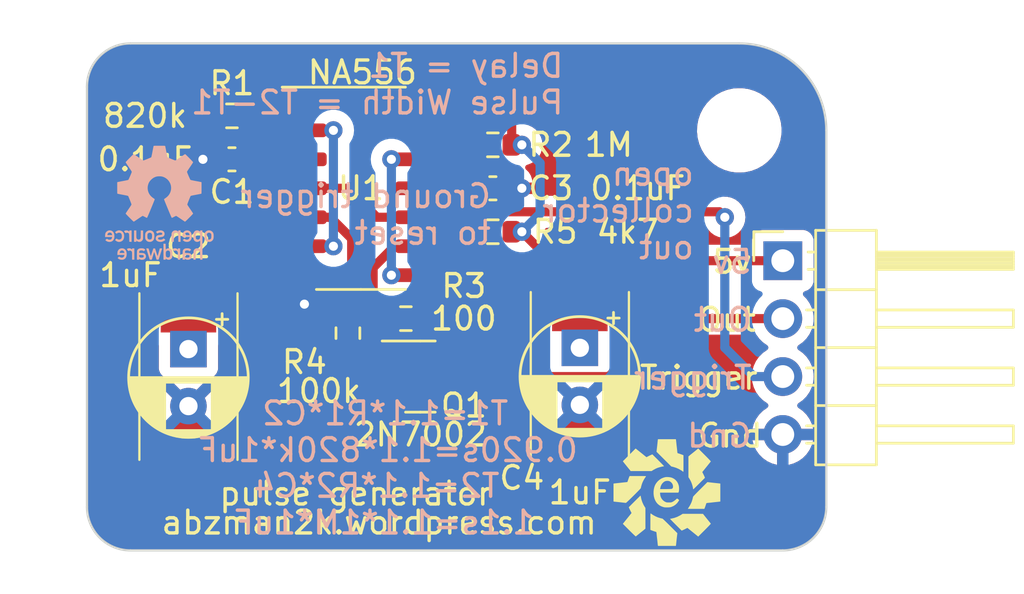
<source format=kicad_pcb>
(kicad_pcb (version 20221018) (generator pcbnew)
  (layers (0 "F.Cu" signal) (31 "B.Cu" signal) (34 "B.Paste" user) (35 "F.Paste" user) (36 "B.SilkS" user "B.Silkscreen") (37 "F.SilkS" user "F.Silkscreen") (38 "B.Mask" user) (39 "F.Mask" user) (44 "Edge.Cuts" user))
  (net 0 "")
  (net 1 "Net-(U1A-CV)")
  (net 2 "GND")
  (net 3 "Net-(U1A-THR)")
  (net 4 "Net-(U1B-CV)")
  (net 5 "Net-(U1B-THR)")
  (net 6 "+5V")
  (net 7 "Net-(J1-Pin_2)")
  (net 8 "Net-(Q1-G)")
  (net 9 "Net-(Q1-S)")
  (net 10 "Net-(U1B-Q)")
  (net 13 "Net-(J1-Pin_3)")
  (footprint "Resistor_SMD:R_0603_1608Metric" (layer "F.Cu") (at 166.37 99.695 180)
    (fp_text reference "R5" (at -2.73 0) (layer "F.SilkS"))
    (fp_text value "4k7" (at -5.905 0) (layer "F.SilkS"))
    (pad "1" smd roundrect (at -0.825 0 180) (size 0.8 0.95) (layers "F.Cu" "F.Paste" "F.Mask") (net 6 "+5V"))
    (pad "2" smd roundrect (at 0.825 0 180) (size 0.8 0.95) (layers "F.Cu" "F.Paste" "F.Mask") (net 13 "Net-(J1-Pin_3)"))
  )
  (footprint "Capacitor_THT:CP_Radial_D5.0mm_P2.50mm" (layer "F.Cu") (at 153.035 104.839888 -90)
    (fp_text reference "C2" (at -4.509888 0 -180) (layer "F.SilkS"))
    (fp_text value "1uF" (at -3.239888 2.54 -180) (layer "F.SilkS"))
    (pad "1" thru_hole rect (at 0 0 270) (size 1.6 1.6) (drill 0.8) (layers "*.Cu" "*.Mask") (net 3 "Net-(U1A-THR)"))
    (pad "2" thru_hole circle (at 2.5 0 270) (size 1.6 1.6) (drill 0.8) (layers "*.Cu" "*.Mask") (net 2 "GND"))
  )
  (footprint "Resistor_SMD:R_0603_1608Metric" (layer "F.Cu") (at 166.37 95.885 180)
    (fp_text reference "R2" (at -2.54 0) (layer "F.SilkS"))
    (fp_text value "1M" (at -5.08 0) (layer "F.SilkS"))
    (pad "1" smd roundrect (at -0.825 0 180) (size 0.8 0.95) (layers "F.Cu" "F.Paste" "F.Mask") (net 6 "+5V"))
    (pad "2" smd roundrect (at 0.825 0 180) (size 0.8 0.95) (layers "F.Cu" "F.Paste" "F.Mask") (net 5 "Net-(U1B-THR)"))
  )
  (footprint "Package_SO:SO-14_3.9x8.65mm_P1.27mm" (layer "F.Cu") (at 160.59 97.79)
    (fp_text reference "U1" (at 0 0) (layer "F.SilkS"))
    (fp_text value "NA556" (at 0.065 -5.08) (layer "F.SilkS"))
    (pad "1" smd roundrect (at -2.475 -3.81) (size 1.95 0.6) (layers "F.Cu" "F.Paste" "F.Mask"))
    (pad "2" smd roundrect (at -2.475 -2.54) (size 1.95 0.6) (layers "F.Cu" "F.Paste" "F.Mask") (net 3 "Net-(U1A-THR)"))
    (pad "3" smd roundrect (at -2.475 -1.27) (size 1.95 0.6) (layers "F.Cu" "F.Paste" "F.Mask") (net 1 "Net-(U1A-CV)"))
    (pad "4" smd roundrect (at -2.475 0) (size 1.95 0.6) (layers "F.Cu" "F.Paste" "F.Mask") (net 13 "Net-(J1-Pin_3)"))
    (pad "5" smd roundrect (at -2.475 1.27) (size 1.95 0.6) (layers "F.Cu" "F.Paste" "F.Mask") (net 9 "Net-(Q1-S)"))
    (pad "6" smd roundrect (at -2.475 2.54) (size 1.95 0.6) (layers "F.Cu" "F.Paste" "F.Mask") (net 3 "Net-(U1A-THR)"))
    (pad "7" smd roundrect (at -2.475 3.81) (size 1.95 0.6) (layers "F.Cu" "F.Paste" "F.Mask") (net 2 "GND"))
    (pad "8" smd roundrect (at 2.475 3.81) (size 1.95 0.6) (layers "F.Cu" "F.Paste" "F.Mask") (net 5 "Net-(U1B-THR)"))
    (pad "9" smd roundrect (at 2.475 2.54) (size 1.95 0.6) (layers "F.Cu" "F.Paste" "F.Mask") (net 10 "Net-(U1B-Q)"))
    (pad "10" smd roundrect (at 2.475 1.27) (size 1.95 0.6) (layers "F.Cu" "F.Paste" "F.Mask") (net 13 "Net-(J1-Pin_3)"))
    (pad "11" smd roundrect (at 2.475 0) (size 1.95 0.6) (layers "F.Cu" "F.Paste" "F.Mask") (net 4 "Net-(U1B-CV)"))
    (pad "12" smd roundrect (at 2.475 -1.27) (size 1.95 0.6) (layers "F.Cu" "F.Paste" "F.Mask") (net 5 "Net-(U1B-THR)"))
    (pad "13" smd roundrect (at 2.475 -2.54) (size 1.95 0.6) (layers "F.Cu" "F.Paste" "F.Mask"))
    (pad "14" smd roundrect (at 2.475 -3.81) (size 1.95 0.6) (layers "F.Cu" "F.Paste" "F.Mask") (net 6 "+5V"))
  )
  (footprint "Resistor_SMD:R_0603_1608Metric" (layer "F.Cu") (at 154.94 94.615)
    (fp_text reference "R1" (at 0 -1.43) (layer "F.SilkS"))
    (fp_text value "820k" (at -3.81 0) (layer "F.SilkS"))
    (pad "1" smd roundrect (at -0.825 0) (size 0.8 0.95) (layers "F.Cu" "F.Paste" "F.Mask") (net 6 "+5V"))
    (pad "2" smd roundrect (at 0.825 0) (size 0.8 0.95) (layers "F.Cu" "F.Paste" "F.Mask") (net 3 "Net-(U1A-THR)"))
  )
  (footprint "Capacitor_SMD:C_0603_1608Metric" (layer "F.Cu") (at 154.94 96.52 180)
    (fp_text reference "C1" (at 0 -1.43) (layer "F.SilkS"))
    (fp_text value "0.1uF" (at 3.81 0) (layer "F.SilkS"))
    (pad "1" smd roundrect (at -0.775 0 180) (size 0.9 0.95) (layers "F.Cu" "F.Paste" "F.Mask") (net 1 "Net-(U1A-CV)"))
    (pad "2" smd roundrect (at 0.775 0 180) (size 0.9 0.95) (layers "F.Cu" "F.Paste" "F.Mask") (net 2 "GND"))
  )
  (footprint "Capacitor_THT:CP_Radial_D5.0mm_P2.50mm" (layer "F.Cu") (at 170.18 104.784888 -90)
    (fp_text reference "C4" (at 5.705112 2.54 -180) (layer "F.SilkS"))
    (fp_text value "1uF" (at 6.340112 0 -180) (layer "F.SilkS"))
    (pad "1" thru_hole rect (at 0 0 270) (size 1.6 1.6) (drill 0.8) (layers "*.Cu" "*.Mask") (net 5 "Net-(U1B-THR)"))
    (pad "2" thru_hole circle (at 2.5 0 270) (size 1.6 1.6) (drill 0.8) (layers "*.Cu" "*.Mask") (net 2 "GND"))
  )
  (footprint "MountingHole:MountingHole_3.2mm_M3" (layer "F.Cu") (at 177.165 95.25)
    (fp_text reference "REF**" hide)
    (fp_text value "MountingHole_3.2mm_M3")
    (pad "" np_thru_hole circle (at 0 0) (size 3.2 3.2) (drill 3.2) (layers "*.Cu" "*.Mask"))
  )
  (footprint "Connector_PinHeader_2.54mm:PinHeader_1x04_P2.54mm_Horizontal" (layer "F.Cu") (at 179.07 100.965)
    (fp_text reference "J1" hide)
    (fp_text value "Conn_01x04_Socket" hide)
    (pad "1" thru_hole rect (at 0 0) (size 1.7 1.7) (drill 1) (layers "*.Cu" "*.Mask") (net 6 "+5V"))
    (pad "2" thru_hole oval (at 0 2.54) (size 1.7 1.7) (drill 1) (layers "*.Cu" "*.Mask") (net 7 "Net-(J1-Pin_2)"))
    (pad "3" thru_hole oval (at 0 5.08) (size 1.7 1.7) (drill 1) (layers "*.Cu" "*.Mask") (net 13 "Net-(J1-Pin_3)"))
    (pad "4" thru_hole oval (at 0 7.62) (size 1.7 1.7) (drill 1) (layers "*.Cu" "*.Mask") (net 2 "GND"))
  )
  (footprint "Evan's parts:Evan Logo" (layer "F.Cu") (at 173.99 111.125)
    (fp_text reference "G***" hide)
    (fp_text value "LOGO" hide)
  )
  (footprint "Resistor_SMD:R_0603_1608Metric" (layer "F.Cu") (at 160.02 104.14 -90)
    (fp_text reference "R4" (at 1.27 1.905 -180) (layer "F.SilkS"))
    (fp_text value "100k" (at 2.54 1.27 -180) (layer "F.SilkS"))
    (pad "1" smd roundrect (at -0.825 0 270) (size 0.8 0.95) (layers "F.Cu" "F.Paste" "F.Mask") (net 8 "Net-(Q1-G)"))
    (pad "2" smd roundrect (at 0.825 0 270) (size 0.8 0.95) (layers "F.Cu" "F.Paste" "F.Mask") (net 9 "Net-(Q1-S)"))
  )
  (footprint "Resistor_SMD:R_0603_1608Metric" (layer "F.Cu") (at 162.56 103.505)
    (fp_text reference "R3" (at 2.54 -1.43 180) (layer "F.SilkS"))
    (fp_text value "100" (at 2.54 0 180) (layer "F.SilkS"))
    (pad "1" smd roundrect (at -0.825 0) (size 0.8 0.95) (layers "F.Cu" "F.Paste" "F.Mask") (net 10 "Net-(U1B-Q)"))
    (pad "2" smd roundrect (at 0.825 0) (size 0.8 0.95) (layers "F.Cu" "F.Paste" "F.Mask") (net 8 "Net-(Q1-G)"))
  )
  (footprint "Capacitor_SMD:C_0603_1608Metric" (layer "F.Cu") (at 166.37 97.79)
    (fp_text reference "C3" (at 2.54 0) (layer "F.SilkS"))
    (fp_text value "0.1uF" (at 6.35 0) (layer "F.SilkS"))
    (pad "1" smd roundrect (at -0.775 0) (size 0.9 0.95) (layers "F.Cu" "F.Paste" "F.Mask") (net 4 "Net-(U1B-CV)"))
    (pad "2" smd roundrect (at 0.775 0) (size 0.9 0.95) (layers "F.Cu" "F.Paste" "F.Mask") (net 2 "GND"))
  )
  (footprint "Evan's parts:V type tantalum" (layer "F.Cu") (at 170.18 105.99 -90)
    (fp_text reference "C5" hide)
    (fp_text value "1uF" hide)
    (pad "1" smd rect (at -3.12 0 270) (size 2.37 2.43) (layers "F.Cu" "F.Paste" "F.Mask") (net 5 "Net-(U1B-THR)"))
    (pad "2" smd rect (at 3.12 0 270) (size 2.37 2.43) (layers "F.Cu" "F.Paste" "F.Mask") (net 2 "GND"))
  )
  (footprint "Evan's parts:V type tantalum" (layer "F.Cu") (at 153.035 106.045 -90)
    (fp_text reference "C6" hide)
    (fp_text value "1uF" hide)
    (pad "1" smd rect (at -3.12 0 270) (size 2.37 2.43) (layers "F.Cu" "F.Paste" "F.Mask") (net 3 "Net-(U1A-THR)"))
    (pad "2" smd rect (at 3.12 0 270) (size 2.37 2.43) (layers "F.Cu" "F.Paste" "F.Mask") (net 2 "GND"))
  )
  (footprint "Package_TO_SOT_SMD:SOT-23" (layer "F.Cu") (at 163.195 106.045)
    (fp_text reference "Q1" (at 1.905 1.27) (layer "F.SilkS"))
    (fp_text value "2N7002" (at 0 2.54) (layer "F.SilkS"))
    (pad "1" smd roundrect (at -0.9375 -0.95) (size 1.475 0.6) (layers "F.Cu" "F.Paste" "F.Mask") (net 8 "Net-(Q1-G)"))
    (pad "2" smd roundrect (at -0.9375 0.95) (size 1.475 0.6) (layers "F.Cu" "F.Paste" "F.Mask") (net 9 "Net-(Q1-S)"))
    (pad "3" smd roundrect (at 0.9375 0) (size 1.475 0.6) (layers "F.Cu" "F.Paste" "F.Mask") (net 7 "Net-(J1-Pin_2)"))
  )
  (footprint "Evan's parts:OSHW gear" (layer "B.Cu") (at 151.765 98.425 180)
    (fp_text reference "G***" hide)
    (fp_text value "LOGO" hide)
  )
  (gr_line (start 150.495 91.44) (end 177.165 91.44) (stroke (width 0.1)) (layer "Edge.Cuts"))
  (gr_arc (start 150.495 113.665) (mid 149.147962 113.107038) (end 148.59 111.76) (stroke (width 0.1)) (layer "Edge.Cuts"))
  (gr_line (start 180.975 95.25) (end 180.975 111.76) (stroke (width 0.1)) (layer "Edge.Cuts"))
  (gr_arc (start 148.59 93.345) (mid 149.147962 91.997962) (end 150.495 91.44) (stroke (width 0.1)) (layer "Edge.Cuts"))
  (gr_arc (start 180.975 111.76) (mid 180.417038 113.107038) (end 179.07 113.665) (stroke (width 0.1)) (layer "Edge.Cuts"))
  (gr_line (start 148.59 111.76) (end 148.59 93.345) (stroke (width 0.1)) (layer "Edge.Cuts"))
  (gr_line (start 179.07 113.665) (end 150.495 113.665) (stroke (width 0.1)) (layer "Edge.Cuts"))
  (gr_arc (start 177.165 91.44) (mid 179.859077 92.555923) (end 180.975 95.25) (stroke (width 0.1)) (layer "Edge.Cuts"))
  (gr_text "open\ncollector\nout" (at 175.26 100.965) (layer "B.SilkS") (effects (font (size 1 1)) (justify left bottom mirror)))
  (gr_text "Ground trigger\nto reset" (at 166.37 100.33) (layer "B.SilkS") (effects (font (size 1 1)) (justify left bottom mirror)))
  (gr_text "5v" (at 177.8 101.6) (layer "B.SilkS") (effects (font (size 1 1)) (justify left bottom mirror)))
  (gr_text "Out" (at 177.8 104.14) (layer "B.SilkS") (effects (font (size 1 1)) (justify left bottom mirror)))
  (gr_text "    T1=1.1*R1*C2\n0.920s=1.1*820k*1uF" (at 170.18 109.855) (layer "B.SilkS") (effects (font (size 1 1)) (justify left bottom mirror)))
  (gr_text "  T2=1.1*R2*C4\n1.1s=1.1*1M*1uF" (at 168.275 113.03) (layer "B.SilkS") (effects (font (size 1 1)) (justify left bottom mirror)))
  (gr_text "Trigger" (at 177.8 106.68) (layer "B.SilkS") (effects (font (size 1 1)) (justify left bottom mirror)))
  (gr_text "Delay = T1\nPulse Width = T2-T1" (at 169.545 94.615) (layer "B.SilkS") (effects (font (size 1 1)) (justify left bottom mirror)))
  (gr_text "Gnd" (at 177.8 109.22) (layer "B.SilkS") (effects (font (size 1 1)) (justify left bottom mirror)))
  (gr_text "abzman2k.wordpress.com" (at 151.765 113.03) (layer "F.SilkS") (effects (font (size 1 1)) (justify left bottom)))
  (gr_text "pulse generator" (at 154.305 111.76) (layer "F.SilkS") (effects (font (size 1 1)) (justify left bottom)))
  (gr_text "Trigger" (at 172.72 106.68) (layer "F.SilkS") (effects (font (size 1 1)) (justify left bottom)))
  (gr_text "Out" (at 175.26 104.14) (layer "F.SilkS") (effects (font (size 1 1)) (justify left bottom)))
  (gr_text "5v" (at 175.895 101.6) (layer "F.SilkS") (effects (font (size 1 1)) (justify left bottom)))
  (gr_text "Gnd" (at 175.26 109.22) (layer "F.SilkS") (effects (font (size 1 1)) (justify left bottom)))
  (segment (start 155.715 96.52) (end 158.115 96.52) (width 0.4) (layer "F.Cu") (net 1))
  (segment (start 158.115 101.6) (end 158.115 102.87) (width 0.4) (layer "F.Cu") (net 2))
  (via (at 158.115 102.87) (size 0.8) (drill 0.4) (layers "F.Cu" "B.Cu") (net 2))
  (via (at 167.64 97.79) (size 0.8) (drill 0.4) (layers "F.Cu" "B.Cu") (net 2))
  (via (at 153.67 96.52) (size 0.8) (drill 0.4) (layers "F.Cu" "B.Cu") (net 2))
  (segment (start 158.115 100.33) (end 155.63 100.33) (width 0.4) (layer "F.Cu") (net 3))
  (segment (start 155.63 100.33) (end 153.035 102.925) (width 0.4) (layer "F.Cu") (net 3))
  (segment (start 158.115 95.25) (end 159.385 95.25) (width 0.4) (layer "F.Cu") (net 3))
  (segment (start 155.765 94.615) (end 156.4 95.25) (width 0.4) (layer "F.Cu") (net 3))
  (segment (start 158.115 100.33) (end 159.385 100.33) (width 0.4) (layer "F.Cu") (net 3))
  (segment (start 156.4 95.25) (end 158.115 95.25) (width 0.4) (layer "F.Cu") (net 3))
  (via (at 159.385 95.25) (size 0.8) (drill 0.4) (layers "F.Cu" "B.Cu") (net 3))
  (via (at 159.385 100.33) (size 0.8) (drill 0.4) (layers "F.Cu" "B.Cu") (net 3))
  (segment (start 159.385 95.25) (end 159.385 100.33) (width 0.4) (layer "B.Cu") (net 3))
  (segment (start 163.065 97.79) (end 165.595 97.79) (width 0.4) (layer "F.Cu") (net 4))
  (segment (start 164.91 96.52) (end 163.065 96.52) (width 0.4) (layer "F.Cu") (net 5))
  (segment (start 167.64 102.87) (end 170.18 102.87) (width 0.4) (layer "F.Cu") (net 5))
  (segment (start 166.37 101.6) (end 167.64 102.87) (width 0.4) (layer "F.Cu") (net 5))
  (segment (start 165.545 95.885) (end 164.91 96.52) (width 0.4) (layer "F.Cu") (net 5))
  (segment (start 163.065 96.52) (end 161.925 96.52) (width 0.4) (layer "F.Cu") (net 5))
  (segment (start 163.065 101.6) (end 161.925 101.6) (width 0.4) (layer "F.Cu") (net 5))
  (segment (start 163.065 101.6) (end 166.37 101.6) (width 0.4) (layer "F.Cu") (net 5))
  (via (at 161.925 101.6) (size 0.8) (drill 0.4) (layers "F.Cu" "B.Cu") (net 5))
  (via (at 161.925 96.52) (size 0.8) (drill 0.4) (layers "F.Cu" "B.Cu") (net 5))
  (segment (start 161.925 96.52) (end 161.925 101.6) (width 0.4) (layer "B.Cu") (net 5))
  (segment (start 168.91 100.965) (end 179.07 100.965) (width 0.4) (layer "F.Cu") (net 6))
  (segment (start 155.45 93.28) (end 162.365 93.28) (width 0.4) (layer "F.Cu") (net 6))
  (segment (start 167.195 99.695) (end 167.64 99.695) (width 0.4) (layer "F.Cu") (net 6))
  (segment (start 167.195 94.805) (end 167.195 95.885) (width 0.4) (layer "F.Cu") (net 6))
  (segment (start 163.065 93.98) (end 166.37 93.98) (width 0.4) (layer "F.Cu") (net 6))
  (segment (start 167.64 99.695) (end 168.91 100.965) (width 0.4) (layer "F.Cu") (net 6))
  (segment (start 167.195 95.885) (end 167.64 95.885) (width 0.4) (layer "F.Cu") (net 6))
  (segment (start 166.37 93.98) (end 167.195 94.805) (width 0.4) (layer "F.Cu") (net 6))
  (segment (start 162.365 93.28) (end 163.065 93.98) (width 0.4) (layer "F.Cu") (net 6))
  (segment (start 154.115 94.615) (end 155.45 93.28) (width 0.4) (layer "F.Cu") (net 6))
  (via (at 167.64 99.695) (size 0.8) (drill 0.4) (layers "F.Cu" "B.Cu") (net 6))
  (via (at 167.64 95.885) (size 0.8) (drill 0.4) (layers "F.Cu" "B.Cu") (net 6))
  (segment (start 167.64 99.695) (end 168.44 98.895) (width 0.4) (layer "B.Cu") (net 6))
  (segment (start 168.44 98.895) (end 168.44 96.685) (width 0.4) (layer "B.Cu") (net 6))
  (segment (start 168.44 96.685) (end 167.64 95.885) (width 0.4) (layer "B.Cu") (net 6))
  (segment (start 164.1325 106.045) (end 171.45 106.045) (width 0.4) (layer "F.Cu") (net 7))
  (segment (start 179.07 103.505) (end 173.99 103.505) (width 0.4) (layer "F.Cu") (net 7))
  (segment (start 173.99 103.505) (end 171.45 106.045) (width 0.4) (layer "F.Cu") (net 7))
  (segment (start 160.02 103.315) (end 161.8 105.095) (width 0.4) (layer "F.Cu") (net 8))
  (segment (start 163.385 103.9675) (end 162.2575 105.095) (width 0.4) (layer "F.Cu") (net 8))
  (segment (start 163.385 103.505) (end 163.385 103.9675) (width 0.4) (layer "F.Cu") (net 8))
  (segment (start 161.8 105.095) (end 162.2575 105.095) (width 0.4) (layer "F.Cu") (net 8))
  (segment (start 160.02 104.965) (end 160.2275 104.965) (width 0.4) (layer "F.Cu") (net 9))
  (segment (start 159.246371 99.06) (end 158.115 99.06) (width 0.4) (layer "F.Cu") (net 9))
  (segment (start 160.185 99.998629) (end 159.246371 99.06) (width 0.4) (layer "F.Cu") (net 9))
  (segment (start 160.02 104.965) (end 159.145 104.09) (width 0.4) (layer "F.Cu") (net 9))
  (segment (start 159.145 102.866472) (end 160.185 101.826472) (width 0.4) (layer "F.Cu") (net 9))
  (segment (start 160.2275 104.965) (end 162.2575 106.995) (width 0.4) (layer "F.Cu") (net 9))
  (segment (start 160.185 101.826472) (end 160.185 99.998629) (width 0.4) (layer "F.Cu") (net 9))
  (segment (start 159.145 104.09) (end 159.145 102.866472) (width 0.4) (layer "F.Cu") (net 9))
  (segment (start 162.063629 100.33) (end 161.125 101.268629) (width 0.4) (layer "F.Cu") (net 10))
  (segment (start 161.125 102.895) (end 161.735 103.505) (width 0.4) (layer "F.Cu") (net 10))
  (segment (start 161.125 101.268629) (end 161.125 102.895) (width 0.4) (layer "F.Cu") (net 10))
  (segment (start 163.065 100.33) (end 162.063629 100.33) (width 0.4) (layer "F.Cu") (net 10))
  (segment (start 164.91 99.06) (end 165.545 99.695) (width 0.4) (layer "F.Cu") (net 13))
  (segment (start 163.065 99.06) (end 164.91 99.06) (width 0.4) (layer "F.Cu") (net 13))
  (segment (start 161.29 99.06) (end 163.065 99.06) (width 0.4) (layer "F.Cu") (net 13))
  (segment (start 164.91 99.06) (end 165.15 98.82) (width 0.4) (layer "F.Cu") (net 13))
  (segment (start 176.29 98.82) (end 176.53 99.06) (width 0.4) (layer "F.Cu") (net 13))
  (segment (start 165.15 98.82) (end 176.29 98.82) (width 0.4) (layer "F.Cu") (net 13))
  (segment (start 160.02 97.79) (end 161.29 99.06) (width 0.4) (layer "F.Cu") (net 13))
  (segment (start 158.115 97.79) (end 160.02 97.79) (width 0.4) (layer "F.Cu") (net 13))
  (via (at 176.53 99.06) (size 0.8) (drill 0.4) (layers "F.Cu" "B.Cu") (net 13))
  (segment (start 179.07 106.045) (end 177.8 106.045) (width 0.4) (layer "B.Cu") (net 13))
  (segment (start 177.8 106.045) (end 176.53 104.775) (width 0.4) (layer "B.Cu") (net 13))
  (segment (start 176.53 104.775) (end 176.53 99.06) (width 0.4) (layer "B.Cu") (net 13))
  (zone (net 2) (net_name "GND") (layers "F&B.Cu") (connect_pads (clearance 0.5)) (min_thickness 0.25) (fill yes (thermal_gap 0.5) (thermal_bridge_width 0.5))
    (polygon (pts (xy 146.05 89.535) (xy 183.515 89.535) (xy 183.515 114.935) (xy 145.415 115.57) (xy 144.78 115.57)))
  )
)
</source>
